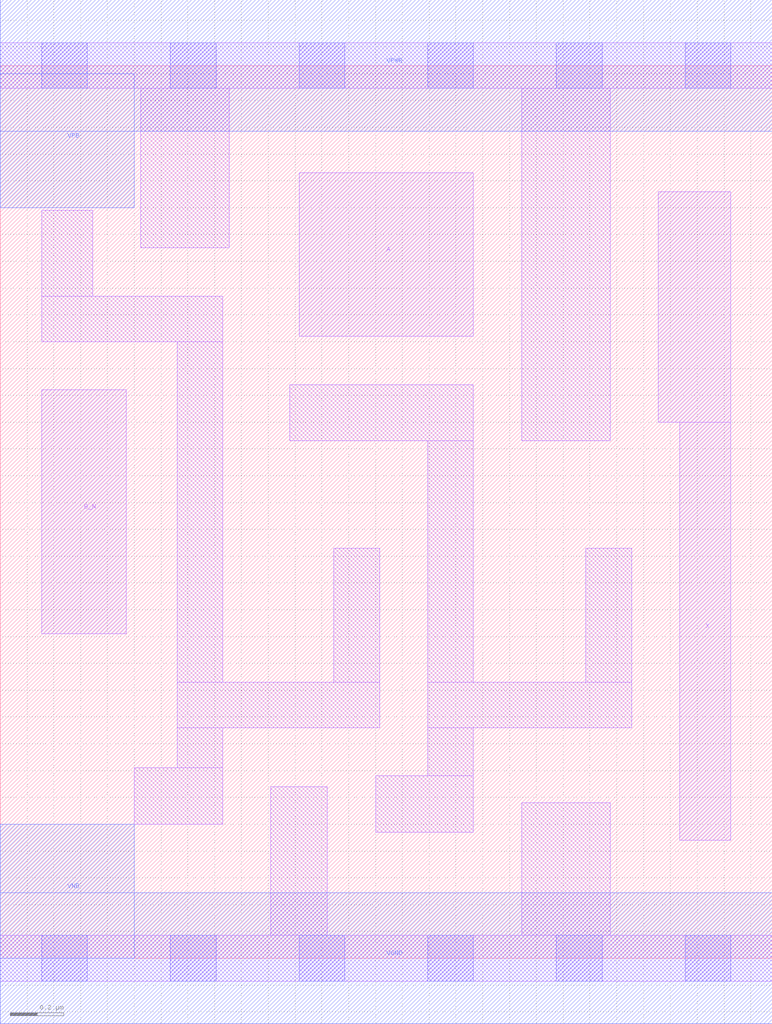
<source format=lef>
# Copyright 2020 The SkyWater PDK Authors
#
# Licensed under the Apache License, Version 2.0 (the "License");
# you may not use this file except in compliance with the License.
# You may obtain a copy of the License at
#
#     https://www.apache.org/licenses/LICENSE-2.0
#
# Unless required by applicable law or agreed to in writing, software
# distributed under the License is distributed on an "AS IS" BASIS,
# WITHOUT WARRANTIES OR CONDITIONS OF ANY KIND, either express or implied.
# See the License for the specific language governing permissions and
# limitations under the License.
#
# SPDX-License-Identifier: Apache-2.0

VERSION 5.5 ;
NAMESCASESENSITIVE ON ;
BUSBITCHARS "[]" ;
DIVIDERCHAR "/" ;
MACRO sky130_fd_sc_lp__or2b_m
  CLASS CORE ;
  SOURCE USER ;
  ORIGIN  0.000000  0.000000 ;
  SIZE  2.880000 BY  3.330000 ;
  SYMMETRY X Y R90 ;
  SITE unit ;
  PIN A
    ANTENNAGATEAREA  0.126000 ;
    DIRECTION INPUT ;
    USE SIGNAL ;
    PORT
      LAYER li1 ;
        RECT 1.115000 2.320000 1.765000 2.930000 ;
    END
  END A
  PIN B_N
    ANTENNAGATEAREA  0.126000 ;
    DIRECTION INPUT ;
    USE SIGNAL ;
    PORT
      LAYER li1 ;
        RECT 0.155000 1.210000 0.470000 2.120000 ;
    END
  END B_N
  PIN X
    ANTENNADIFFAREA  0.231000 ;
    DIRECTION OUTPUT ;
    USE SIGNAL ;
    PORT
      LAYER li1 ;
        RECT 2.455000 2.000000 2.725000 2.860000 ;
        RECT 2.535000 0.440000 2.725000 2.000000 ;
    END
  END X
  PIN VGND
    DIRECTION INOUT ;
    USE GROUND ;
    PORT
      LAYER met1 ;
        RECT 0.000000 -0.245000 2.880000 0.245000 ;
    END
  END VGND
  PIN VNB
    DIRECTION INOUT ;
    USE GROUND ;
    PORT
      LAYER met1 ;
        RECT 0.000000 0.000000 0.500000 0.500000 ;
    END
  END VNB
  PIN VPB
    DIRECTION INOUT ;
    USE POWER ;
    PORT
      LAYER met1 ;
        RECT 0.000000 2.800000 0.500000 3.300000 ;
    END
  END VPB
  PIN VPWR
    DIRECTION INOUT ;
    USE POWER ;
    PORT
      LAYER met1 ;
        RECT 0.000000 3.085000 2.880000 3.575000 ;
    END
  END VPWR
  OBS
    LAYER li1 ;
      RECT 0.000000 -0.085000 2.880000 0.085000 ;
      RECT 0.000000  3.245000 2.880000 3.415000 ;
      RECT 0.155000  2.300000 0.830000 2.470000 ;
      RECT 0.155000  2.470000 0.345000 2.790000 ;
      RECT 0.500000  0.500000 0.830000 0.710000 ;
      RECT 0.525000  2.650000 0.855000 3.245000 ;
      RECT 0.660000  0.710000 0.830000 0.860000 ;
      RECT 0.660000  0.860000 1.415000 1.030000 ;
      RECT 0.660000  1.030000 0.830000 2.300000 ;
      RECT 1.010000  0.085000 1.220000 0.640000 ;
      RECT 1.080000  1.930000 1.765000 2.140000 ;
      RECT 1.245000  1.030000 1.415000 1.530000 ;
      RECT 1.400000  0.470000 1.765000 0.680000 ;
      RECT 1.595000  0.680000 1.765000 0.860000 ;
      RECT 1.595000  0.860000 2.355000 1.030000 ;
      RECT 1.595000  1.030000 1.765000 1.930000 ;
      RECT 1.945000  0.085000 2.275000 0.580000 ;
      RECT 1.945000  1.930000 2.275000 3.245000 ;
      RECT 2.185000  1.030000 2.355000 1.530000 ;
    LAYER mcon ;
      RECT 0.155000 -0.085000 0.325000 0.085000 ;
      RECT 0.155000  3.245000 0.325000 3.415000 ;
      RECT 0.635000 -0.085000 0.805000 0.085000 ;
      RECT 0.635000  3.245000 0.805000 3.415000 ;
      RECT 1.115000 -0.085000 1.285000 0.085000 ;
      RECT 1.115000  3.245000 1.285000 3.415000 ;
      RECT 1.595000 -0.085000 1.765000 0.085000 ;
      RECT 1.595000  3.245000 1.765000 3.415000 ;
      RECT 2.075000 -0.085000 2.245000 0.085000 ;
      RECT 2.075000  3.245000 2.245000 3.415000 ;
      RECT 2.555000 -0.085000 2.725000 0.085000 ;
      RECT 2.555000  3.245000 2.725000 3.415000 ;
  END
END sky130_fd_sc_lp__or2b_m

</source>
